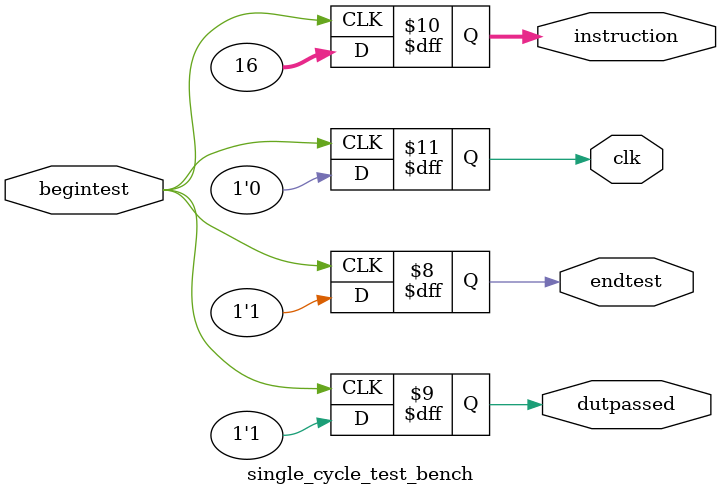
<source format=v>

`include "singlecyclecpu.v"

module singlecyclecpu_test_bench_harness();

	//wires for singlecyclecpu
	wire[31:0]	instruction;
	wire		clk;

	//wires for testing
	reg begintest;
	wire dutpassed;

	//create an instance of the singlecyclecpu
	singlecyclecpu dut(
		.instruction(instruction),
		.clk(clk)
		);

	//create an instance of the test bench
	single_cycle_test_bench tester(
		.begintest(begintest),
		.endtest(endtest),
		.dutpassed(dutpassed),
		.instruction(instruction),
		.clk(clk)
		);

	//delay for 10 time steps and then begin test
	initial begin
		begintest = 0;
		#10
		begintest = 1;
		$display("begin");
	end
	
	//report final test results when endtest is high
	always @(posedge endtest) begin
		//$display("Instruction Memory DUT passed?: %b", dutpassed);
	end

endmodule

module single_cycle_test_bench(
	//test bench drivers
	input begintest,
	output reg endtest,
	output reg dutpassed,

	//connections for ra_reg (outputs + inputs switch labels)
	output reg[31:0] instruction,
	output reg clk
	);

	//initialize output from test bench
	initial begin
		instruction = 32'd0;
		clk = 0;
	end

	//once 'begintest' is high, run test cases
	always @(posedge begintest) begin
		$display("Testing Single Cycle CPU now...");
		endtest = 0;
		dutpassed = 1;
		#10

	//test case 0
	//	this is just a baby test, where i check to see if the instruction is still the instruction
	instruction = 32'd16;
	$display("Testing singlecyclecpu case 0...");
  	#5 clk=1; #5 clk=0; #5 clk=1; #5 clk=0;
	#10
	$display(instruction);
	if (instruction != 32'd16) begin
		dutpassed = 0;
		$display("Test case 0 singlecyclecpu failed");
	end

	if(dutpassed == 1)begin
		$display("Single Cycle CPU passed!");
	end
	
	//All done! Short delay and then signal that the test is completed
	#5
	endtest = 1;

end

endmodule
</source>
